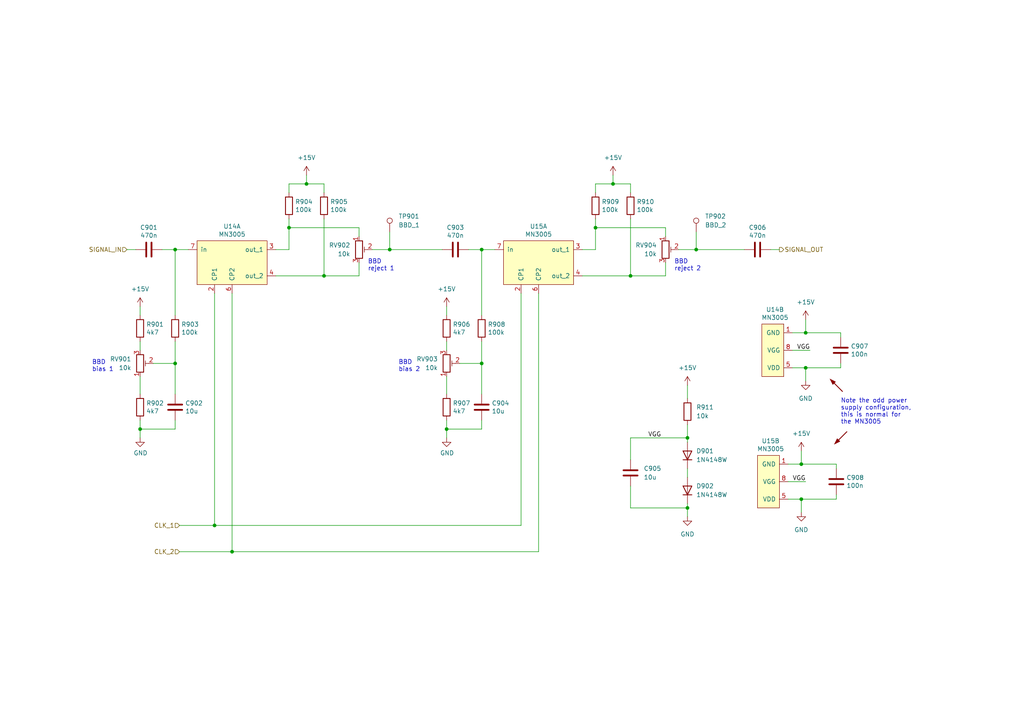
<source format=kicad_sch>
(kicad_sch (version 20211123) (generator eeschema)
  (paper "A4")
  (title_block (title "Josh Ox Ribbon Synth VCF/VCA/BBD board") (date "2023-01-07") (rev "1.0") (comment 1 "creativecommons.org/licenses/by/4.0/") (comment 2 "License: CC by 4.0") (comment 3 "Author: Jordan Aceto"))
  (lib_symbols
    (symbol "1N4148W_1" (pin_numbers hide) (pin_names hide)
      (property "Reference" "D" (at 0 2.54 0))
      (property "Value" "1N4148W_1" (at 0 -2.54 0))
      (symbol "1N4148W_1_0_1"
        (polyline (pts (xy -1.27 1.27) (xy -1.27 -1.27)) (stroke (width 0.254)))
        (polyline (pts (xy 1.27 0) (xy -1.27 0)))
        (polyline (pts (xy 1.27 1.27) (xy 1.27 -1.27) (xy -1.27 0) (xy 1.27 1.27)) (stroke (width 0.254)))
      )
      (symbol "1N4148W_1_1_1"
        (pin passive line (at -3.81 0 0) (length 2.54) (name "K") (number "1"))
        (pin passive line (at 3.81 0 180) (length 2.54) (name "A") (number "2"))
      )
    )
    (symbol "Connector:TestPoint" (pin_numbers hide) (pin_names (offset 0.762) hide)
      (property "Reference" "TP" (at 0 6.858 0))
      (property "Value" "TestPoint" (at 0 5.08 0))
      (symbol "TestPoint_0_1"
        (circle (center 0 3.302) (radius 0.762))
      )
      (symbol "TestPoint_1_1"
        (pin passive line (at 0 0 90) (length 2.54) (name "1") (number "1"))
      )
    )
    (symbol "Device:C" (pin_numbers hide) (pin_names (offset 0.254))
      (property "Reference" "C" (at 0.635 2.54 0))
      (property "Value" "C" (at 0.635 -2.54 0))
      (symbol "C_0_1"
        (polyline (pts (xy -2.032 -0.762) (xy 2.032 -0.762)) (stroke (width 0.508)))
        (polyline (pts (xy -2.032 0.762) (xy 2.032 0.762)) (stroke (width 0.508)))
      )
      (symbol "C_1_1"
        (pin passive line (at 0 3.81 270) (length 2.794) (name "~") (number "1"))
        (pin passive line (at 0 -3.81 90) (length 2.794) (name "~") (number "2"))
      )
    )
    (symbol "Device:R" (pin_numbers hide) (pin_names (offset 0))
      (property "Reference" "R" (at 2.032 0 90))
      (property "Value" "R" (at 0 0 90))
      (symbol "R_0_1"
        (rectangle (start -1.016 -2.54) (end 1.016 2.54) (stroke (width 0.254)))
      )
      (symbol "R_1_1"
        (pin passive line (at 0 3.81 270) (length 1.27) (name "~") (number "1"))
        (pin passive line (at 0 -3.81 90) (length 1.27) (name "~") (number "2"))
      )
    )
    (symbol "Device:R_Potentiometer_Trim" (pin_names (offset 1.016) hide)
      (property "Reference" "RV" (at -4.445 0 90))
      (property "Value" "R_Potentiometer_Trim" (at -2.54 0 90))
      (symbol "R_Potentiometer_Trim_0_1"
        (polyline (pts (xy 1.524 0.762) (xy 1.524 -0.762)))
        (polyline (pts (xy 2.54 0) (xy 1.524 0)))
        (rectangle (start 1.016 2.54) (end -1.016 -2.54) (stroke (width 0.254)))
      )
      (symbol "R_Potentiometer_Trim_1_1"
        (pin passive line (at 0 3.81 270) (length 1.27) (name "1") (number "1"))
        (pin passive line (at 3.81 0 180) (length 1.27) (name "2") (number "2"))
        (pin passive line (at 0 -3.81 90) (length 1.27) (name "3") (number "3"))
      )
    )
    (symbol "Diode:1N4148W" (pin_numbers hide) (pin_names hide)
      (property "Reference" "D" (at 0 2.54 0))
      (property "Value" "1N4148W" (at 0 -2.54 0))
      (symbol "1N4148W_0_1"
        (polyline (pts (xy -1.27 1.27) (xy -1.27 -1.27)) (stroke (width 0.254)))
        (polyline (pts (xy 1.27 0) (xy -1.27 0)))
        (polyline (pts (xy 1.27 1.27) (xy 1.27 -1.27) (xy -1.27 0) (xy 1.27 1.27)) (stroke (width 0.254)))
      )
      (symbol "1N4148W_1_1"
        (pin passive line (at -3.81 0 0) (length 2.54) (name "K") (number "1"))
        (pin passive line (at 3.81 0 180) (length 2.54) (name "A") (number "2"))
      )
    )
    (symbol "Graphic:SYM_Arrow45_Normal" (pin_names (offset 1.016))
      (symbol "SYM_Arrow45_Normal_0_1"
        (polyline (pts (xy 1.524 -1.524) (xy -1.778 1.778)) (stroke (width 0.254)))
        (polyline (pts (xy 1.778 -1.778) (xy 0.254 -1.016) (xy 1.016 -0.254) (xy 1.778 -1.778)) (fill (type outline)))
      )
    )
    (symbol "custom_symbols:MN3005" (pin_names (offset 1.016))
      (property "Reference" "U14" (at 0 10.541 0))
      (property "Value" "MN3005" (at 0 8.2296 0))
      (symbol "MN3005_1_1"
        (rectangle (start 10.16 -6.35) (end -10.16 6.35) (fill (type background)))
        (pin input line (at -5.08 -8.89 90) (length 2.54) (name "CP1") (number "2"))
        (pin output line (at 12.7 3.81 180) (length 2.54) (name "out_1") (number "3"))
        (pin output line (at 12.7 -3.81 180) (length 2.54) (name "out_2") (number "4"))
        (pin input line (at 0 -8.89 90) (length 2.54) (name "CP2") (number "6"))
        (pin input line (at -12.7 3.81 0) (length 2.54) (name "in") (number "7"))
      )
      (symbol "MN3005_2_1"
        (rectangle (start 2.54 -8.89) (end -3.81 6.35) (fill (type background)))
        (pin power_in line (at 5.08 3.81 180) (length 2.54) (name "GND") (number "1"))
        (pin power_in line (at 5.08 -6.35 180) (length 2.54) (name "VDD") (number "5"))
        (pin input line (at 5.08 -1.27 180) (length 2.54) (name "VGG") (number "8"))
      )
    )
    (symbol "power:+15V" (power) (pin_names (offset 0))
      (property "Value" "+15V" (at 0 3.556 0))
      (symbol "+15V_0_1"
        (polyline (pts (xy -0.762 1.27) (xy 0 2.54)))
        (polyline (pts (xy 0 0) (xy 0 2.54)))
        (polyline (pts (xy 0 2.54) (xy 0.762 1.27)))
      )
      (symbol "+15V_1_1"
        (pin power_in line (at 0 0 90) (length 0) hide (name "+15V") (number "1"))
      )
    )
    (symbol "power:GND" (power) (pin_names (offset 0))
      (property "Value" "GND" (at 0 -3.81 0))
      (symbol "GND_0_1"
        (polyline (pts (xy 0 0) (xy 0 -1.27) (xy 1.27 -1.27) (xy 0 -2.54) (xy -1.27 -1.27) (xy 0 -1.27)))
      )
      (symbol "GND_1_1"
        (pin power_in line (at 0 0 270) (length 0) hide (name "GND") (number "1"))
      )
    )
  )
  (junction (at 232.41 144.78))
  (junction (at 182.88 80.01))
  (junction (at 62.23 152.4))
  (junction (at 83.82 66.04))
  (junction (at 233.68 106.68))
  (junction (at 139.7 72.39))
  (junction (at 199.39 127))
  (junction (at 129.54 124.46))
  (junction (at 201.93 72.39))
  (junction (at 50.8 72.39))
  (junction (at 50.8 105.41))
  (junction (at 139.7 105.41))
  (junction (at 232.41 134.62))
  (junction (at 113.03 72.39))
  (junction (at 172.72 66.04))
  (junction (at 199.39 147.32))
  (junction (at 93.98 80.01))
  (junction (at 233.68 96.52))
  (junction (at 40.64 124.46))
  (junction (at 177.8 53.34))
  (junction (at 67.31 160.02))
  (junction (at 88.9 53.34))
  (wire (pts (xy 243.84 96.52) (xy 243.84 97.79)))
  (wire (pts (xy 129.54 88.9) (xy 129.54 91.44)))
  (wire (pts (xy 50.8 124.46) (xy 50.8 121.92)))
  (wire (pts (xy 233.68 92.71) (xy 233.68 96.52)))
  (wire (pts (xy 83.82 66.04) (xy 83.82 63.5)))
  (wire (pts (xy 232.41 148.59) (xy 232.41 144.78)))
  (wire (pts (xy 199.39 147.32) (xy 199.39 146.05)))
  (wire (pts (xy 129.54 99.06) (xy 129.54 101.6)))
  (wire (pts (xy 139.7 124.46) (xy 139.7 121.92)))
  (wire (pts (xy 67.31 160.02) (xy 156.21 160.02)))
  (wire (pts (xy 233.68 106.68) (xy 229.87 106.68)))
  (wire (pts (xy 80.01 80.01) (xy 93.98 80.01)))
  (wire (pts (xy 139.7 72.39) (xy 143.51 72.39)))
  (wire (pts (xy 193.04 80.01) (xy 193.04 76.2)))
  (wire (pts (xy 67.31 160.02) (xy 67.31 85.09)))
  (wire (pts (xy 50.8 99.06) (xy 50.8 105.41)))
  (wire (pts (xy 50.8 72.39) (xy 54.61 72.39)))
  (wire (pts (xy 129.54 124.46) (xy 129.54 121.92)))
  (wire (pts (xy 93.98 80.01) (xy 104.14 80.01)))
  (wire (pts (xy 133.35 105.41) (xy 139.7 105.41)))
  (wire (pts (xy 88.9 53.34) (xy 83.82 53.34)))
  (wire (pts (xy 50.8 105.41) (xy 50.8 114.3)))
  (wire (pts (xy 46.99 72.39) (xy 50.8 72.39)))
  (wire (pts (xy 83.82 53.34) (xy 83.82 55.88)))
  (wire (pts (xy 199.39 135.89) (xy 199.39 138.43)))
  (wire (pts (xy 93.98 55.88) (xy 93.98 53.34)))
  (wire (pts (xy 93.98 80.01) (xy 93.98 63.5)))
  (wire (pts (xy 172.72 53.34) (xy 172.72 55.88)))
  (wire (pts (xy 44.45 105.41) (xy 50.8 105.41)))
  (wire (pts (xy 232.41 134.62) (xy 228.6 134.62)))
  (wire (pts (xy 62.23 152.4) (xy 151.13 152.4)))
  (wire (pts (xy 104.14 80.01) (xy 104.14 76.2)))
  (wire (pts (xy 83.82 72.39) (xy 83.82 66.04)))
  (wire (pts (xy 242.57 134.62) (xy 242.57 135.89)))
  (wire (pts (xy 62.23 152.4) (xy 62.23 85.09)))
  (wire (pts (xy 129.54 127) (xy 129.54 124.46)))
  (wire (pts (xy 233.68 106.68) (xy 243.84 106.68)))
  (wire (pts (xy 50.8 91.44) (xy 50.8 72.39)))
  (wire (pts (xy 113.03 72.39) (xy 128.27 72.39)))
  (wire (pts (xy 177.8 53.34) (xy 172.72 53.34)))
  (wire (pts (xy 172.72 72.39) (xy 172.72 66.04)))
  (wire (pts (xy 182.88 133.35) (xy 182.88 127)))
  (wire (pts (xy 233.68 96.52) (xy 229.87 96.52)))
  (wire (pts (xy 129.54 109.22) (xy 129.54 114.3)))
  (wire (pts (xy 113.03 67.31) (xy 113.03 72.39)))
  (wire (pts (xy 139.7 99.06) (xy 139.7 105.41)))
  (wire (pts (xy 182.88 80.01) (xy 193.04 80.01)))
  (wire (pts (xy 232.41 144.78) (xy 242.57 144.78)))
  (wire (pts (xy 40.64 127) (xy 40.64 124.46)))
  (wire (pts (xy 228.6 139.7) (xy 233.68 139.7)))
  (wire (pts (xy 129.54 124.46) (xy 139.7 124.46)))
  (wire (pts (xy 88.9 50.8) (xy 88.9 53.34)))
  (wire (pts (xy 232.41 144.78) (xy 228.6 144.78)))
  (wire (pts (xy 139.7 91.44) (xy 139.7 72.39)))
  (wire (pts (xy 40.64 109.22) (xy 40.64 114.3)))
  (wire (pts (xy 168.91 72.39) (xy 172.72 72.39)))
  (wire (pts (xy 199.39 127) (xy 199.39 128.27)))
  (wire (pts (xy 243.84 106.68) (xy 243.84 105.41)))
  (wire (pts (xy 182.88 80.01) (xy 182.88 63.5)))
  (wire (pts (xy 177.8 50.8) (xy 177.8 53.34)))
  (wire (pts (xy 199.39 123.19) (xy 199.39 127)))
  (wire (pts (xy 233.68 110.49) (xy 233.68 106.68)))
  (wire (pts (xy 182.88 147.32) (xy 182.88 140.97)))
  (wire (pts (xy 40.64 88.9) (xy 40.64 91.44)))
  (wire (pts (xy 40.64 124.46) (xy 40.64 121.92)))
  (wire (pts (xy 232.41 134.62) (xy 242.57 134.62)))
  (wire (pts (xy 36.83 72.39) (xy 39.37 72.39)))
  (wire (pts (xy 104.14 68.58) (xy 104.14 66.04)))
  (wire (pts (xy 156.21 160.02) (xy 156.21 85.09)))
  (wire (pts (xy 40.64 124.46) (xy 50.8 124.46)))
  (wire (pts (xy 229.87 101.6) (xy 234.95 101.6)))
  (wire (pts (xy 80.01 72.39) (xy 83.82 72.39)))
  (wire (pts (xy 201.93 72.39) (xy 196.85 72.39)))
  (wire (pts (xy 199.39 111.76) (xy 199.39 115.57)))
  (wire (pts (xy 182.88 127) (xy 199.39 127)))
  (wire (pts (xy 135.89 72.39) (xy 139.7 72.39)))
  (wire (pts (xy 40.64 99.06) (xy 40.64 101.6)))
  (wire (pts (xy 52.07 160.02) (xy 67.31 160.02)))
  (wire (pts (xy 199.39 147.32) (xy 182.88 147.32)))
  (wire (pts (xy 201.93 72.39) (xy 215.9 72.39)))
  (wire (pts (xy 201.93 67.31) (xy 201.93 72.39)))
  (wire (pts (xy 182.88 53.34) (xy 177.8 53.34)))
  (wire (pts (xy 52.07 152.4) (xy 62.23 152.4)))
  (wire (pts (xy 168.91 80.01) (xy 182.88 80.01)))
  (wire (pts (xy 233.68 96.52) (xy 243.84 96.52)))
  (wire (pts (xy 182.88 55.88) (xy 182.88 53.34)))
  (wire (pts (xy 113.03 72.39) (xy 107.95 72.39)))
  (wire (pts (xy 193.04 68.58) (xy 193.04 66.04)))
  (wire (pts (xy 232.41 130.81) (xy 232.41 134.62)))
  (wire (pts (xy 139.7 105.41) (xy 139.7 114.3)))
  (wire (pts (xy 93.98 53.34) (xy 88.9 53.34)))
  (wire (pts (xy 199.39 149.86) (xy 199.39 147.32)))
  (wire (pts (xy 193.04 66.04) (xy 172.72 66.04)))
  (wire (pts (xy 223.52 72.39) (xy 226.06 72.39)))
  (wire (pts (xy 151.13 152.4) (xy 151.13 85.09)))
  (wire (pts (xy 104.14 66.04) (xy 83.82 66.04)))
  (wire (pts (xy 172.72 66.04) (xy 172.72 63.5)))
  (wire (pts (xy 242.57 144.78) (xy 242.57 143.51)))
  (text "BBD \nreject 1" (at 106.68 78.74 0) (effects (font (size 1.27 1.27)) (justify left bottom)))
  (text "BBD \nbias 2" (at 115.57 107.95 0) (effects (font (size 1.27 1.27)) (justify left bottom)))
  (text "BBD \nbias 1" (at 26.67 107.95 0) (effects (font (size 1.27 1.27)) (justify left bottom)))
  (text "Note the odd power\nsupply configuration,\nthis is normal for\nthe MN3005" (at 243.84 123.19 0) (effects (font (size 1.27 1.27)) (justify left bottom)))
  (text "BBD \nreject 2" (at 195.58 78.74 0) (effects (font (size 1.27 1.27)) (justify left bottom)))
  (label "VGG" (at 233.68 139.7 180))
  (label "VGG" (at 234.95 101.6 180))
  (label "VGG" (at 187.96 127 0))
  (hierarchical_label "CLK_2" (shape input) (at 52.07 160.02 180))
  (hierarchical_label "SIGNAL_OUT" (shape output) (at 226.06 72.39 0))
  (hierarchical_label "CLK_1" (shape input) (at 52.07 152.4 180))
  (hierarchical_label "SIGNAL_IN" (shape input) (at 36.83 72.39 180))
  (symbol (lib_name "1N4148W_1") (lib_id "Diode:1N4148W") (at 199.39 142.24 90) (unit 1)
    (property "Reference" "D902" (at 201.93 140.9699 90) (effects (justify right)))
    (property "Value" "1N4148W" (at 201.93 143.5099 90) (effects (justify right)))
    (property "Footprint" "Diode_SMD:D_SOD-123" (effects hide))
    (property "Datasheet" "https://www.vishay.com/docs/85748/1n4148w.pdf" (effects hide))
  )
  (symbol (lib_id "Connector:TestPoint") (at 201.93 67.31 0) (unit 1) (in_bom no)
    (property "Reference" "TP902" (at 204.47 62.7379 0) (effects (justify left)))
    (property "Value" "BBD_2" (at 204.47 65.2779 0) (effects (justify left)))
    (property "Footprint" "TestPoint:TestPoint_Keystone_5000-5004_Miniature" (effects hide))
  )
  (symbol (lib_id "power:GND") (at 232.41 148.59 0) (unit 1)
    (property "Reference" "#PWR0910" (effects hide))
    (property "Value" "GND" (at 232.41 153.67 0))
  )
  (symbol (lib_id "Device:R") (at 40.64 95.25 0) (unit 1)
    (property "Reference" "R901" (at 42.418 94.0816 0) (effects (justify left)))
    (property "Value" "4k7" (at 42.418 96.393 0) (effects (justify left)))
    (property "Footprint" "Resistor_SMD:R_0805_2012Metric" (effects hide))
  )
  (symbol (lib_id "Device:R") (at 93.98 59.69 0) (unit 1)
    (property "Reference" "R905" (at 95.758 58.5216 0) (effects (justify left)))
    (property "Value" "100k" (at 95.758 60.833 0) (effects (justify left)))
    (property "Footprint" "Resistor_SMD:R_0805_2012Metric" (effects hide))
  )
  (symbol (lib_id "Device:C") (at 43.18 72.39 270) (unit 1)
    (property "Reference" "C901" (at 43.18 65.9892 90))
    (property "Value" "470n" (at 43.18 68.3006 90))
    (property "Footprint" "Capacitor_THT:C_Rect_L7.0mm_W3.5mm_P5.00mm" (effects hide))
  )
  (symbol (lib_id "Device:R") (at 83.82 59.69 0) (unit 1)
    (property "Reference" "R904" (at 85.598 58.5216 0) (effects (justify left)))
    (property "Value" "100k" (at 85.598 60.833 0) (effects (justify left)))
    (property "Footprint" "Resistor_SMD:R_0805_2012Metric" (effects hide))
  )
  (symbol (lib_id "Device:R") (at 139.7 95.25 0) (unit 1)
    (property "Reference" "R908" (at 141.478 94.0816 0) (effects (justify left)))
    (property "Value" "100k" (at 141.478 96.393 0) (effects (justify left)))
    (property "Footprint" "Resistor_SMD:R_0805_2012Metric" (effects hide))
  )
  (symbol (lib_id "Connector:TestPoint") (at 113.03 67.31 0) (unit 1) (in_bom no)
    (property "Reference" "TP901" (at 115.57 62.7379 0) (effects (justify left)))
    (property "Value" "BBD_1" (at 115.57 65.2779 0) (effects (justify left)))
    (property "Footprint" "TestPoint:TestPoint_Keystone_5000-5004_Miniature" (effects hide))
  )
  (symbol (lib_id "Device:C") (at 182.88 137.16 0) (unit 1)
    (property "Reference" "C905" (at 186.69 135.8899 0) (effects (justify left)))
    (property "Value" "10u" (at 186.69 138.4299 0) (effects (justify left)))
    (property "Footprint" "Capacitor_SMD:C_0805_2012Metric" (effects hide))
  )
  (symbol (lib_id "Device:R_Potentiometer_Trim") (at 129.54 105.41 0) (mirror x) (unit 1)
    (property "Reference" "RV903" (at 127 104.1399 0) (effects (justify right)))
    (property "Value" "10k" (at 127 106.6799 0) (effects (justify right)))
    (property "Footprint" "Potentiometer_THT:Potentiometer_Bourns_3296W_Vertical" (effects hide))
  )
  (symbol (lib_id "Device:C") (at 139.7 118.11 0) (unit 1)
    (property "Reference" "C904" (at 142.621 116.9416 0) (effects (justify left)))
    (property "Value" "10u" (at 142.621 119.253 0) (effects (justify left)))
    (property "Footprint" "Capacitor_SMD:C_0805_2012Metric" (effects hide))
  )
  (symbol (lib_id "power:GND") (at 129.54 127 0) (unit 1)
    (property "Reference" "#PWR0905" (effects hide))
    (property "Value" "GND" (at 129.667 131.3942 0))
  )
  (symbol (lib_id "Device:R") (at 129.54 118.11 0) (unit 1)
    (property "Reference" "R907" (at 131.318 116.9416 0) (effects (justify left)))
    (property "Value" "4k7" (at 131.318 119.253 0) (effects (justify left)))
    (property "Footprint" "Resistor_SMD:R_0805_2012Metric" (effects hide))
  )
  (symbol (lib_id "Device:C") (at 132.08 72.39 270) (unit 1)
    (property "Reference" "C903" (at 132.08 65.9892 90))
    (property "Value" "470n" (at 132.08 68.3006 90))
    (property "Footprint" "Capacitor_THT:C_Rect_L7.0mm_W3.5mm_P5.00mm" (effects hide))
  )
  (symbol (lib_id "power:+15V") (at 40.64 88.9 0) (unit 1)
    (property "Reference" "#PWR0901" (effects hide))
    (property "Value" "+15V" (at 40.64 83.82 0))
  )
  (symbol (lib_id "custom_symbols:MN3005") (at 67.31 76.2 0) (unit 1)
    (property "Reference" "U14" (at 67.31 65.659 0))
    (property "Value" "MN3005" (at 67.31 67.9704 0))
    (property "Footprint" "custom_footprints:DIP-8-14_W7.62mm_Socket" (effects hide))
  )
  (symbol (lib_id "Device:R_Potentiometer_Trim") (at 40.64 105.41 0) (mirror x) (unit 1)
    (property "Reference" "RV901" (at 38.1 104.1399 0) (effects (justify right)))
    (property "Value" "10k" (at 38.1 106.6799 0) (effects (justify right)))
    (property "Footprint" "Potentiometer_THT:Potentiometer_Bourns_3296W_Vertical" (effects hide))
  )
  (symbol (lib_id "power:+15V") (at 199.39 111.76 0) (unit 1)
    (property "Reference" "#PWR0907" (effects hide))
    (property "Value" "+15V" (at 199.39 106.68 0))
  )
  (symbol (lib_id "power:+15V") (at 177.8 50.8 0) (unit 1)
    (property "Reference" "#PWR0906" (effects hide))
    (property "Value" "+15V" (at 177.8 45.72 0))
  )
  (symbol (lib_id "custom_symbols:MN3005") (at 156.21 76.2 0) (unit 1)
    (property "Reference" "U15" (at 156.21 65.659 0))
    (property "Value" "MN3005" (at 156.21 67.9704 0))
    (property "Footprint" "custom_footprints:DIP-8-14_W7.62mm_Socket" (effects hide))
  )
  (symbol (lib_id "power:GND") (at 40.64 127 0) (unit 1)
    (property "Reference" "#PWR0902" (effects hide))
    (property "Value" "GND" (at 40.767 131.3942 0))
  )
  (symbol (lib_id "Device:R") (at 50.8 95.25 0) (unit 1)
    (property "Reference" "R903" (at 52.578 94.0816 0) (effects (justify left)))
    (property "Value" "100k" (at 52.578 96.393 0) (effects (justify left)))
    (property "Footprint" "Resistor_SMD:R_0805_2012Metric" (effects hide))
  )
  (symbol (lib_id "custom_symbols:MN3005") (at 223.52 138.43 0) (unit 2)
    (property "Reference" "U15" (at 223.52 127.889 0))
    (property "Value" "MN3005" (at 223.52 130.2004 0))
    (property "Footprint" "custom_footprints:DIP-8-14_W7.62mm_Socket" (effects hide))
  )
  (symbol (lib_id "power:GND") (at 233.68 110.49 0) (unit 1)
    (property "Reference" "#PWR0912" (effects hide))
    (property "Value" "GND" (at 233.68 115.57 0))
  )
  (symbol (lib_id "Device:C") (at 243.84 101.6 0) (unit 1)
    (property "Reference" "C907" (at 246.761 100.4316 0) (effects (justify left)))
    (property "Value" "100n" (at 246.761 102.743 0) (effects (justify left)))
    (property "Footprint" "Capacitor_SMD:C_0805_2012Metric" (effects hide))
  )
  (symbol (lib_id "Diode:1N4148W") (at 199.39 132.08 90) (unit 1)
    (property "Reference" "D901" (at 201.93 130.8099 90) (effects (justify right)))
    (property "Value" "1N4148W" (at 201.93 133.3499 90) (effects (justify right)))
    (property "Footprint" "Diode_SMD:D_SOD-123" (effects hide))
    (property "Datasheet" "https://www.vishay.com/docs/85748/1n4148w.pdf" (effects hide))
  )
  (symbol (lib_id "power:+15V") (at 129.54 88.9 0) (unit 1)
    (property "Reference" "#PWR0904" (effects hide))
    (property "Value" "+15V" (at 129.54 83.82 0))
  )
  (symbol (lib_id "Graphic:SYM_Arrow45_Normal") (at 242.57 111.76 180) (unit 1)
    (property "Reference" "#SYM901" (effects hide))
    (property "Value" "SYM_Arrow45_Normal" (effects hide))
  )
  (symbol (lib_id "Device:R") (at 40.64 118.11 0) (unit 1)
    (property "Reference" "R902" (at 42.418 116.9416 0) (effects (justify left)))
    (property "Value" "4k7" (at 42.418 119.253 0) (effects (justify left)))
    (property "Footprint" "Resistor_SMD:R_0805_2012Metric" (effects hide))
  )
  (symbol (lib_id "Device:C") (at 242.57 139.7 0) (unit 1)
    (property "Reference" "C908" (at 245.491 138.5316 0) (effects (justify left)))
    (property "Value" "100n" (at 245.491 140.843 0) (effects (justify left)))
    (property "Footprint" "Capacitor_SMD:C_0805_2012Metric" (effects hide))
  )
  (symbol (lib_id "Device:R_Potentiometer_Trim") (at 104.14 72.39 0) (unit 1)
    (property "Reference" "RV902" (at 101.6 71.1199 0) (effects (justify right)))
    (property "Value" "10k" (at 101.6 73.6599 0) (effects (justify right)))
    (property "Footprint" "Potentiometer_THT:Potentiometer_Bourns_3296W_Vertical" (effects hide))
  )
  (symbol (lib_id "Device:R") (at 172.72 59.69 0) (unit 1)
    (property "Reference" "R909" (at 174.498 58.5216 0) (effects (justify left)))
    (property "Value" "100k" (at 174.498 60.833 0) (effects (justify left)))
    (property "Footprint" "Resistor_SMD:R_0805_2012Metric" (effects hide))
  )
  (symbol (lib_id "Device:C") (at 219.71 72.39 270) (unit 1)
    (property "Reference" "C906" (at 219.71 65.9892 90))
    (property "Value" "470n" (at 219.71 68.3006 90))
    (property "Footprint" "Capacitor_THT:C_Rect_L7.0mm_W3.5mm_P5.00mm" (effects hide))
  )
  (symbol (lib_id "power:+15V") (at 88.9 50.8 0) (unit 1)
    (property "Reference" "#PWR0903" (effects hide))
    (property "Value" "+15V" (at 88.9 45.72 0))
  )
  (symbol (lib_id "Device:R") (at 182.88 59.69 0) (unit 1)
    (property "Reference" "R910" (at 184.658 58.5216 0) (effects (justify left)))
    (property "Value" "100k" (at 184.658 60.833 0) (effects (justify left)))
    (property "Footprint" "Resistor_SMD:R_0805_2012Metric" (effects hide))
  )
  (symbol (lib_id "power:+15V") (at 233.68 92.71 0) (unit 1)
    (property "Reference" "#PWR0911" (effects hide))
    (property "Value" "+15V" (at 233.68 87.63 0))
  )
  (symbol (lib_id "Device:R") (at 129.54 95.25 0) (unit 1)
    (property "Reference" "R906" (at 131.318 94.0816 0) (effects (justify left)))
    (property "Value" "4k7" (at 131.318 96.393 0) (effects (justify left)))
    (property "Footprint" "Resistor_SMD:R_0805_2012Metric" (effects hide))
  )
  (symbol (lib_id "custom_symbols:MN3005") (at 224.79 100.33 0) (unit 2)
    (property "Reference" "U14" (at 224.79 89.789 0))
    (property "Value" "MN3005" (at 224.79 92.1004 0))
    (property "Footprint" "custom_footprints:DIP-8-14_W7.62mm_Socket" (effects hide))
  )
  (symbol (lib_id "Device:C") (at 50.8 118.11 0) (unit 1)
    (property "Reference" "C902" (at 53.721 116.9416 0) (effects (justify left)))
    (property "Value" "10u" (at 53.721 119.253 0) (effects (justify left)))
    (property "Footprint" "Capacitor_SMD:C_0805_2012Metric" (effects hide))
  )
  (symbol (lib_id "power:+15V") (at 232.41 130.81 0) (unit 1)
    (property "Reference" "#PWR0909" (effects hide))
    (property "Value" "+15V" (at 232.41 125.73 0))
  )
  (symbol (lib_id "Graphic:SYM_Arrow45_Normal") (at 243.84 127 270) (unit 1)
    (property "Reference" "#SYM902" (effects hide))
    (property "Value" "SYM_Arrow45_Normal" (effects hide))
  )
  (symbol (lib_id "Device:R") (at 199.39 119.38 0) (unit 1)
    (property "Reference" "R911" (at 201.93 118.1099 0) (effects (justify left)))
    (property "Value" "10k" (at 201.93 120.6499 0) (effects (justify left)))
    (property "Footprint" "Resistor_SMD:R_0805_2012Metric" (effects hide))
  )
  (symbol (lib_id "power:GND") (at 199.39 149.86 0) (unit 1)
    (property "Reference" "#PWR0908" (effects hide))
    (property "Value" "GND" (at 199.39 154.94 0))
  )
  (symbol (lib_id "Device:R_Potentiometer_Trim") (at 193.04 72.39 0) (unit 1)
    (property "Reference" "RV904" (at 190.5 71.1199 0) (effects (justify right)))
    (property "Value" "10k" (at 190.5 73.6599 0) (effects (justify right)))
    (property "Footprint" "Potentiometer_THT:Potentiometer_Bourns_3296W_Vertical" (effects hide))
  )
)
</source>
